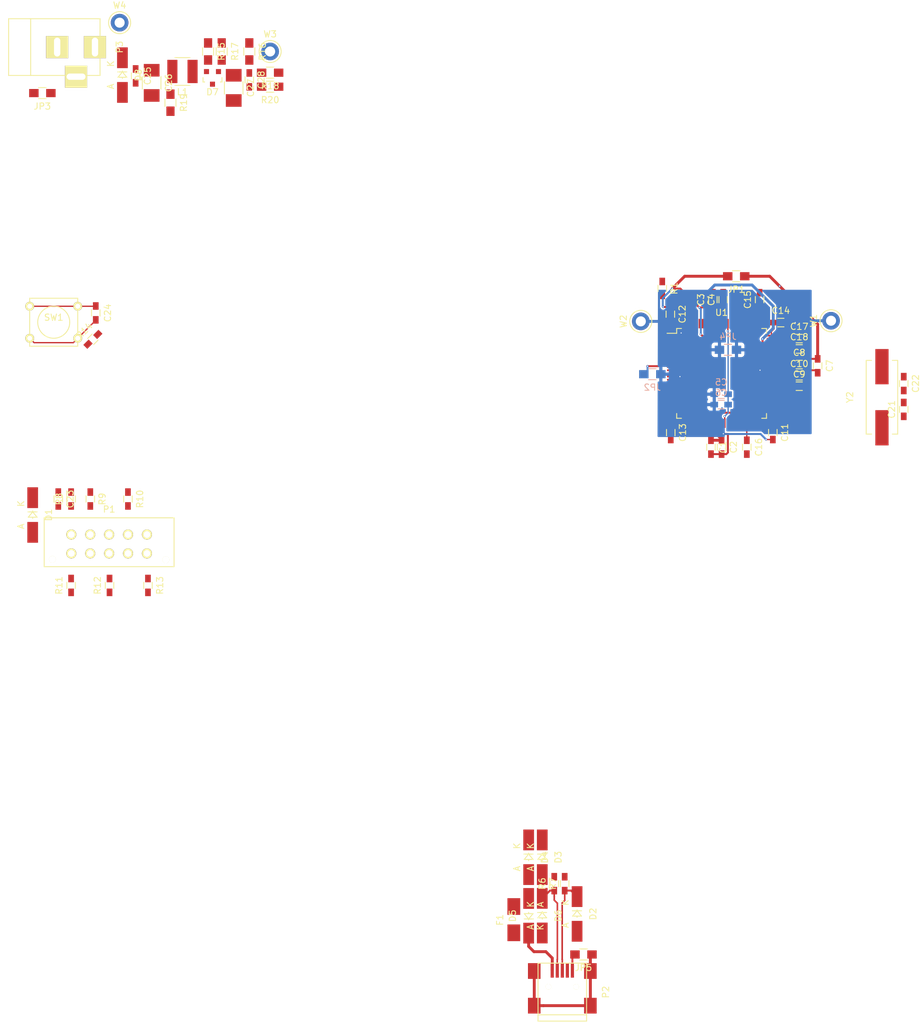
<source format=kicad_pcb>
(kicad_pcb (version 20221018) (generator pcbnew)
  (layers (0 "F.Cu" signal) (31 "B.Cu" signal) (34 "B.Paste" user) (35 "F.Paste" user) (36 "B.SilkS" user "B.Silkscreen") (37 "F.SilkS" user "F.Silkscreen") (38 "B.Mask" user) (39 "F.Mask" user) (44 "Edge.Cuts" user))
  (net 0 "")
  (net 1 "VDDD")
  (net 2 "GNDD")
  (net 3 "/MCU/VCCD")
  (net 4 "VDDA")
  (net 5 "GNDA")
  (net 6 "/MCU/VCCA")
  (net 7 "/MCU/P0.4")
  (net 8 "/MCU/P3.2")
  (net 9 "/MCU/P0.3")
  (net 10 "/MCU/P0.2")
  (net 11 "/MCU/RTC_P")
  (net 12 "/MCU/RTC_N")
  (net 13 "VTARG")
  (net 14 "XRES")
  (net 15 "VBATT")
  (net 16 "VBATT_GND")
  (net 17 "Net-(C27-Pad1)")
  (net 18 "USB_P")
  (net 19 "Net-(D3-Pad2)")
  (net 20 "USB_N")
  (net 21 "Net-(D7-Pad2)")
  (net 22 "GNDPWR")
  (net 23 "Earth")
  (net 24 "/MCU/USBP_N")
  (net 25 "/MCU/USBP_P")
  (net 26 "Net-(P1-Pad1)")
  (net 27 "P1.0_TMS")
  (net 28 "Net-(P1-Pad2)")
  (net 29 "P1.1_TCK")
  (net 30 "Net-(P1-Pad4)")
  (net 31 "P1.4_TDO")
  (net 32 "Net-(P1-Pad6)")
  (net 33 "P1.5_TDI")
  (net 34 "Net-(P1-Pad8)")
  (net 35 "P1.6_nRST")
  (net 36 "Net-(P1-Pad10)")
  (net 37 "IND")
  (net 38 "VBOOST")
  (net 39 "/PSoC Extra Circuits/USB_VCC")
  (footprint "Resistors_SMD:R_0603_HandSoldering" (layer "F.Cu") (at 148.594697 96.979265 -90)
    (fp_text reference "C1")
    (fp_text value "1.0UF")
  )
  (footprint "Resistors_SMD:R_0603_HandSoldering" (layer "F.Cu") (at 150.2791 96.979266 -90)
    (fp_text reference "C2")
    (fp_text value "0.1UF")
  )
  (footprint "Resistors_SMD:R_0603_HandSoldering" (layer "F.Cu") (at 148.892062 73.563194 90)
    (fp_text reference "C3")
    (fp_text value "1.0UF")
  )
  (footprint "Resistors_SMD:R_0603_HandSoldering" (layer "F.Cu") (at 150.5331 73.563194 90)
    (fp_text reference "C4")
    (fp_text value "0.1UF")
  )
  (footprint "Resistors_SMD:R_0603_HandSoldering" (layer "F.Cu") (at 165.5191 84.0613 -90)
    (fp_text reference "C7")
    (fp_text value "1.0UF")
  )
  (footprint "Resistors_SMD:R_0603_HandSoldering" (layer "F.Cu") (at 162.5981 83.8708)
    (fp_text reference "C8")
    (fp_text value "0.1UF")
  )
  (footprint "Resistors_SMD:R_0603_HandSoldering" (layer "F.Cu") (at 162.5981 87.2998)
    (fp_text reference "C9")
    (fp_text value "1.0UF")
  )
  (footprint "Resistors_SMD:R_0603_HandSoldering" (layer "F.Cu") (at 162.5981 85.6488)
    (fp_text reference "C10")
    (fp_text value "0.1UF")
  )
  (footprint "Resistors_SMD:R_0603_HandSoldering" (layer "F.Cu") (at 158.4071 94.6658 -90)
    (fp_text reference "C11")
    (fp_text value "0.1UF")
  )
  (footprint "Resistors_SMD:R_0603_HandSoldering" (layer "F.Cu") (at 142.1511 75.8698 -90)
    (fp_text reference "C12")
    (fp_text value "0.1UF")
  )
  (footprint "Resistors_SMD:R_0603_HandSoldering" (layer "F.Cu") (at 142.2146 94.6658 -90)
    (fp_text reference "C13")
    (fp_text value "0.1UF")
  )
  (footprint "Resistors_SMD:R_0603_HandSoldering" (layer "F.Cu") (at 159.6771 77.2033)
    (fp_text reference "C14")
    (fp_text value "0.1UF")
  )
  (footprint "Resistors_SMD:R_0603_HandSoldering" (layer "F.Cu") (at 156.3116 73.563194 90)
    (fp_text reference "C15")
    (fp_text value "1.0UF")
  )
  (footprint "Resistors_SMD:R_0603_HandSoldering" (layer "F.Cu") (at 154.2796 96.979266 -90)
    (fp_text reference "C16")
    (fp_text value "1.0UF")
  )
  (footprint "Resistors_SMD:R_0603_HandSoldering" (layer "F.Cu") (at 162.5981 79.7433)
    (fp_text reference "C17")
    (fp_text value "1.0UF")
  )
  (footprint "Resistors_SMD:R_0603_HandSoldering" (layer "F.Cu") (at 162.5981 81.3943)
    (fp_text reference "C18")
    (fp_text value "1.0UF")
  )
  (footprint "Resistors_SMD:R_0603_HandSoldering" (layer "F.Cu") (at 179.174211 90.982812 90)
    (fp_text reference "C21")
    (fp_text value "22PF")
  )
  (footprint "Resistors_SMD:R_0603_HandSoldering" (layer "F.Cu") (at 179.17421 86.885612 -90)
    (fp_text reference "C22")
    (fp_text value "22PF")
  )
  (footprint "Resistors_SMD:R_0603_HandSoldering" (layer "F.Cu") (at 45.0596 105.2068 -90)
    (fp_text reference "C23")
    (fp_text value "0.1UF")
  )
  (footprint "Resistors_SMD:R_0603_HandSoldering" (layer "F.Cu") (at 51.0032 75.671501 -90)
    (fp_text reference "C24")
    (fp_text value "0.1UF")
  )
  (footprint "Resistors_SMD:R_0603_HandSoldering" (layer "F.Cu") (at 57.3278 38.0492 -90)
    (fp_text reference "C25")
    (fp_text value "0.1UF")
  )
  (footprint "Resistors_SMD:R_1210_HandSoldering" (layer "F.Cu") (at 59.8678 39.156344 -90)
    (fp_text reference "C26")
    (fp_text value "22UF")
  )
  (footprint "Resistors_SMD:R_1210_HandSoldering" (layer "F.Cu") (at 72.8853 39.9542 -90)
    (fp_text reference "C27")
    (fp_text value "22UF")
  )
  (footprint "Resistors_SMD:R_0603_HandSoldering" (layer "F.Cu") (at 75.3618 38.6842 -90)
    (fp_text reference "C28")
    (fp_text value "0.1UF")
  )
  (footprint "Diodes_SMD:MiniMELF_Handsoldering" (layer "F.Cu") (at 40.9956 107.7468 -90)
    (fp_text reference "D1")
    (fp_text value "TVS")
  )
  (footprint "Diodes_SMD:MiniMELF_Handsoldering" (layer "F.Cu") (at 127.3556 171.061381 -90)
    (fp_text reference "D2")
    (fp_text value "TVS")
  )
  (footprint "Diodes_SMD:MiniMELF_Handsoldering" (layer "F.Cu") (at 121.8311 162.0647 -90)
    (fp_text reference "D3")
    (fp_text value "D_Schottky")
  )
  (footprint "Diodes_SMD:MiniMELF_Handsoldering" (layer "F.Cu") (at 119.6721 162.0647 -90)
    (fp_text reference "D4")
    (fp_text value "D_Schottky")
  )
  (footprint "Diodes_SMD:MiniMELF_Handsoldering" (layer "F.Cu") (at 119.6721 171.35602 90)
    (fp_text reference "D5")
    (fp_text value "TVS")
  )
  (footprint "Diodes_SMD:MiniMELF_Handsoldering" (layer "F.Cu") (at 121.8311 171.3357 -90)
    (fp_text reference "D6")
    (fp_text value "TVS")
  )
  (footprint "TO_SOT_Packages_SMD:SOT-23" (layer "F.Cu") (at 69.5198 38.3667 180)
    (fp_text reference "D7")
    (fp_text value "ZHCS")
  )
  (footprint "Diodes_SMD:MiniMELF_Handsoldering" (layer "F.Cu") (at 55.2323 37.9222 -90)
    (fp_text reference "D8")
    (fp_text value "D")
  )
  (footprint "Fuse_Holders_and_Fuses:Fuse_SMD1206_HandSoldering" (layer "F.Cu") (at 117.3226 171.9707 90)
    (fp_text reference "F1")
    (fp_text value "FUSE")
  )
  (footprint "Resistors_SMD:R_0805_HandSoldering" (layer "F.Cu") (at 152.6032 69.85 180)
    (fp_text reference "JP1")
    (fp_text value "Jumper_NC_Small")
  )
  (footprint "Resistors_SMD:R_0805_HandSoldering" (layer "F.Cu") (at 42.5323 40.7797 180)
    (fp_text reference "JP3")
    (fp_text value "Jumper_NC_Small")
  )
  (footprint "Resistors_SMD:R_0805_HandSoldering" (layer "F.Cu") (at 128.3716 177.4952 180)
    (fp_text reference "JP5")
    (fp_text value "Jumper_NC_Small")
  )
  (footprint "Inductors:NR4018" (layer "F.Cu") (at 64.7573 37.350699)
    (fp_text reference "L1")
    (fp_text value "22UH")
  )
  (footprint "Connect:USB_Mini-B" (layer "F.Cu") (at 125.012875 183.469919 90)
    (fp_text reference "P2")
    (fp_text value "USB_OTG")
  )
  (footprint "Connect:BARREL_JACK" (layer "F.Cu") (at 44.68114 33.4772)
    (fp_text reference "P3")
    (fp_text value "CONN_01X02")
  )
  (footprint "Resistors_SMD:R_0603_HandSoldering" (layer "F.Cu") (at 140.8684 71.7804 -90)
    (fp_text reference "R1")
    (fp_text value "0")
  )
  (footprint "Resistors_SMD:R_0603_HandSoldering" (layer "F.Cu") (at 123.7361 166.2557 90)
    (fp_text reference "R6")
    (fp_text value "22")
  )
  (footprint "Resistors_SMD:R_0603_HandSoldering" (layer "F.Cu") (at 125.3871 166.255699 90)
    (fp_text reference "R7")
    (fp_text value "22")
  )
  (footprint "Resistors_SMD:R_0603_HandSoldering" (layer "F.Cu") (at 47.0916 105.2068 90)
    (fp_text reference "R8")
    (fp_text value "10")
  )
  (footprint "Resistors_SMD:R_0603_HandSoldering" (layer "F.Cu") (at 50.1396 105.2068 -90)
    (fp_text reference "R9")
    (fp_text value "10")
  )
  (footprint "Resistors_SMD:R_0603_HandSoldering" (layer "F.Cu") (at 56.1086 105.2068 -90)
    (fp_text reference "R10")
    (fp_text value "10")
  )
  (footprint "Resistors_SMD:R_0603_HandSoldering" (layer "F.Cu") (at 47.0916 118.9228 90)
    (fp_text reference "R11")
    (fp_text value "10")
  )
  (footprint "Resistors_SMD:R_0603_HandSoldering" (layer "F.Cu") (at 53.1876 118.9228 90)
    (fp_text reference "R12")
    (fp_text value "10")
  )
  (footprint "Resistors_SMD:R_0603_HandSoldering" (layer "F.Cu") (at 59.2836 118.9228 -90)
    (fp_text reference "R13")
    (fp_text value "10")
  )
  (footprint "Resistors_SMD:R_0603_HandSoldering" (layer "F.Cu") (at 50.546 79.8576 45)
    (fp_text reference "R14")
    (fp_text value "4.7K")
  )
  (footprint "Resistors_SMD:R_0805_HandSoldering" (layer "F.Cu") (at 68.8213 34.1757 -90)
    (fp_text reference "R15")
    (fp_text value "NL")
  )
  (footprint "Resistors_SMD:R_0805_HandSoldering" (layer "F.Cu") (at 75.3618 34.1757 -90)
    (fp_text reference "R16")
    (fp_text value "NL")
  )
  (footprint "Resistors_SMD:R_0805_HandSoldering" (layer "F.Cu") (at 70.9803 34.1757 -90)
    (fp_text reference "R17")
    (fp_text value "NL")
  )
  (footprint "Resistors_SMD:R_0805_HandSoldering" (layer "F.Cu") (at 78.6638 37.5412 180)
    (fp_text reference "R18")
    (fp_text value "0")
  )
  (footprint "Resistors_SMD:R_0805_HandSoldering" (layer "F.Cu") (at 62.8523 42.3037 -90)
    (fp_text reference "R19")
    (fp_text value "NL")
  )
  (footprint "Resistors_SMD:R_0805_HandSoldering" (layer "F.Cu") (at 78.6638 39.763701 180)
    (fp_text reference "R20")
    (fp_text value "NL")
  )
  (footprint "Buttons_Switches_ThroughHole:SW_PUSH_SMALL" (layer "F.Cu") (at 44.3357 77.1525)
    (fp_text reference "SW1")
    (fp_text value "SW_PUSH")
  )
  (footprint "Housings_QFP:LQFP-100_14x14mm_Pitch0.5mm" (layer "F.Cu") (at 150.2791 85.2678)
    (fp_text reference "U1")
    (fp_text value "CY8C5888AXI-LP096")
  )
  (footprint "Measurement_Points:Test_Point_Keystone_5010-5014_Multipurpose" (layer "F.Cu") (at 167.64 76.9112 90)
    (fp_text reference "W1")
    (fp_text value "TEST_1P")
  )
  (footprint "Measurement_Points:Test_Point_Keystone_5010-5014_Multipurpose" (layer "F.Cu") (at 137.4648 77.0128 90)
    (fp_text reference "W2")
    (fp_text value "TEST_1P")
  )
  (footprint "Measurement_Points:Test_Point_Keystone_5010-5014_Multipurpose" (layer "F.Cu") (at 78.6638 34.1757)
    (fp_text reference "W3")
    (fp_text value "TEST_1P")
  )
  (footprint "Measurement_Points:Test_Point_Keystone_5010-5014_Multipurpose" (layer "F.Cu") (at 54.7878 29.6037)
    (fp_text reference "W4")
    (fp_text value "TEST_1P")
  )
  (footprint "Crystals:Crystal_HC49-SD_SMD" (layer "F.Cu") (at 175.7172 89.0524 90)
    (fp_text reference "Y2")
    (fp_text value "32.768KHZ")
  )
  (footprint "Connectors_Molex:Molex_Microfit3_Header_02x05_Straight_43045-1028" (layer "F.Cu") (at 47.1241 110.8428 180)
    (fp_text reference "P1")
    (fp_text value "CONN_02X05")
  )
  (footprint "Resistors_SMD:R_0603_HandSoldering" (layer "B.Cu") (at 150.2156 88.5698 180)
    (fp_text reference "C5")
    (fp_text value "1.0UF")
  )
  (footprint "Resistors_SMD:R_0603_HandSoldering" (layer "B.Cu") (at 150.2156 90.2208 180)
    (fp_text reference "C6")
    (fp_text value "0.1UF")
  )
  (footprint "Resistors_SMD:R_0805_HandSoldering" (layer "B.Cu") (at 139.2936 85.3948)
    (fp_text reference "JP2")
    (fp_text value "Jumper_NC_Small")
  )
  (footprint "Resistors_SMD:R_0805_HandSoldering" (layer "B.Cu") (at 151.2951 81.5213 180)
    (fp_text reference "JP4")
    (fp_text value "Jumper_NC_Small")
  )
  (segment (start 149.7791 94.7928) (end 149.7791 95.379266) (width 0.2032) (layer "F.Cu") (net 1))
  (segment (start 147.2946 91.509534) (end 147.2946 79.3623) (width 0.3048) (layer "F.Cu") (net 1))
  (segment (start 147.2946 79.3623) (end 146.9771 79.0448) (width 0.3048) (layer "F.Cu") (net 1))
  (segment (start 158.4071 93.4158) (end 156.500834 91.509534) (width 0.3048) (layer "F.Cu") (net 1))
  (segment (start 149.8346 75.511694) (end 150.5331 74.813194) (width 0.2032) (layer "F.Cu") (net 1))
  (segment (start 143.7816 74.7698) (end 142.1511 74.7698) (width 0.2032) (layer "F.Cu") (net 1))
  (segment (start 148.594697 95.879265) (end 150.279099 95.879265) (width 0.4572) (layer "F.Cu") (net 1))
  (segment (start 149.7791 94.7928) (end 149.531162 94.7928) (width 0.2032) (layer "F.Cu") (net 1))
  (segment (start 158.4071 93.5658) (end 158.4071 93.4158) (width 0.3048) (layer "F.Cu") (net 1))
  (segment (start 144.2791 93.1678) (end 144.2791 91.906037) (width 0.2032) (layer "F.Cu") (net 1))
  (segment (start 149.8346 75.755732) (end 148.892062 74.813194) (width 0.2032) (layer "F.Cu") (net 1))
  (segment (start 149.7791 93.1678) (end 149.7791 94.7928) (width 0.2032) (layer "F.Cu") (net 1))
  (segment (start 149.7711 92.2066) (end 149.7711 91.509534) (width 0.2032) (layer "F.Cu") (net 1))
  (segment (start 150.2791 76.200232) (end 149.8346 75.755732) (width 0.2032) (layer "F.Cu") (net 1))
  (segment (start 148.764956 74.7903) (end 148.892062 74.663194) (width 0.3048) (layer "F.Cu") (net 1))
  (segment (start 144.4244 69.85) (end 142.4686 71.8058) (width 0.4572) (layer "F.Cu") (net 1))
  (segment (start 148.892062 74.813194) (end 148.892062 74.663194) (width 0.2032) (layer "F.Cu") (net 1))
  (segment (start 142.1081 74.7268) (end 142.1511 74.7698) (width 0.3048) (layer "F.Cu") (net 1))
  (segment (start 144.2791 91.906037) (end 143.882597 91.509534) (width 0.2032) (layer "F.Cu") (net 1))
  (segment (start 150.5331 74.813194) (end 150.5331 74.663194) (width 0.2032) (layer "F.Cu") (net 1))
  (segment (start 156.2791 93.1678) (end 156.2791 91.731268) (width 0.2032) (layer "F.Cu") (net 1))
  (segment (start 156.2791 91.731268) (end 156.500834 91.509534) (width 0.2032) (layer "F.Cu") (net 1))
  (segment (start 148.594697 95.729265) (end 148.594697 95.879265) (width 0.2032) (layer "F.Cu") (net 1))
  (segment (start 142.2146 93.177531) (end 142.2146 93.5658) (width 0.3048) (layer "F.Cu") (net 1))
  (segment (start 149.531162 94.7928) (end 148.594697 95.729265) (width 0.2032) (layer "F.Cu") (net 1))
  (segment (start 150.279099 95.879265) (end 150.2791 95.879266) (width 0.4572) (layer "F.Cu") (net 1))
  (segment (start 156.500834 91.509534) (end 149.7711 91.509534) (width 0.3048) (layer "F.Cu") (net 1))
  (segment (start 146.7231 74.7903) (end 143.7386 71.8058) (width 0.3048) (layer "F.Cu") (net 1))
  (segment (start 149.8346 75.755732) (end 149.8346 75.511694) (width 0.2032) (layer "F.Cu") (net 1))
  (segment (start 148.892062 74.663194) (end 150.5331 74.663194) (width 0.3048) (layer "F.Cu") (net 1))
  (segment (start 144.2791 77.3678) (end 144.2791 75.2673) (width 0.2032) (layer "F.Cu") (net 1))
  (segment (start 147.2946 91.509534) (end 143.882597 91.509534) (width 0.3048) (layer "F.Cu") (net 1))
  (segment (start 144.2791 75.2673) (end 143.7816 74.7698) (width 0.2032) (layer "F.Cu") (net 1))
  (segment (start 149.7791 95.379266) (end 150.2791 95.879266) (width 0.2032) (layer "F.Cu") (net 1))
  (segment (start 146.7231 74.7903) (end 148.764956 74.7903) (width 0.3048) (layer "F.Cu") (net 1))
  (segment (start 149.7791 93.1678) (end 149.7791 92.2146) (width 0.2032) (layer "F.Cu") (net 1))
  (segment (start 141.0081 74.7268) (end 142.1081 74.7268) (width 0.3048) (layer "F.Cu") (net 1))
  (segment (start 143.7386 71.8058) (end 142.4686 71.8058) (width 0.3048) (layer "F.Cu") (net 1))
  (segment (start 150.2791 77.3678) (end 150.2791 76.200232) (width 0.2032) (layer "F.Cu") (net 1))
  (segment (start 149.7711 91.509534) (end 147.2946 91.509534) (width 0.3048) (layer "F.Cu") (net 1))
  (segment (start 149.7791 92.2146) (end 149.7711 92.2066) (width 0.2032) (layer "F.Cu") (net 1))
  (segment (start 143.882597 91.509534) (end 142.2146 93.177531) (width 0.3048) (layer "F.Cu") (net 1))
  (segment (start 151.2532 69.85) (end 144.4244 69.85) (width 0.4572) (layer "F.Cu") (net 1))
  (via (at 146.9771 79.0448) (size 0.3556) (drill 0.1778) (layers "F.Cu" "B.Cu") (net 1))
  (via (at 141.0081 74.7268) (size 0.3556) (drill 0.1778) (layers "F.Cu" "B.Cu") (net 1))
  (via (at 142.4686 71.8058) (size 0.3556) (drill 0.1778) (layers "F.Cu" "B.Cu") (net 1))
  (via (at 146.7231 74.7903) (size 0.3556) (drill 0.1778) (layers "F.Cu" "B.Cu") (net 1))
  (segment (start 140.9446 73.3298) (end 140.9446 74.6633) (width 0.3048) (layer "B.Cu") (net 1))
  (segment (start 146.9771 75.0443) (end 146.7231 74.7903) (width 0.3048) (layer "B.Cu") (net 1))
  (segment (start 142.4686 71.8058) (end 140.9446 73.3298) (width 0.3048) (layer "B.Cu") (net 1))
  (segment (start 140.9446 74.6633) (end 141.0081 74.7268) (width 0.3048) (layer "B.Cu") (net 1))
  (segment (start 146.9771 79.0448) (end 146.9771 75.0443) (width 0.3048) (layer "B.Cu") (net 1))
  (segment (start 51.0032 76.835) (end 51.0032 76.771501) (width 0.2032) (layer "F.Cu") (net 2))
  (segment (start 142.3791 85.7678) (end 143.3323 85.7678) (width 0.2032) (layer "F.Cu") (net 2))
  (segment (start 47.447201 80.390999) (end 48.1457 79.6925) (width 0.2032) (layer "F.Cu") (net 2))
  (segment (start 142.1511 76.9698) (end 142.1511 77.1398) (width 0.3048) (layer "F.Cu") (net 2))
  (segment (start 48.1457 79.6925) (end 51.0032 76.835) (width 0.2032) (layer "F.Cu") (net 2))
  (segment (start 150.2791 94.121) (end 150.2791 93.1678) (width 0.2032) (layer "F.Cu") (net 2))
  (segment (start 156.8436 83.7678) (end 156.776902 83.701102) (width 0.3048) (layer "F.Cu") (net 2))
  (segment (start 148.594697 98.079265) (end 150.279099 98.079265) (width 0.3048) (layer "F.Cu") (net 2))
  (segment (start 142.1511 77.1398) (end 143.8656 78.8543) (width 0.3048) (layer "F.Cu") (net 2))
  (segment (start 150.2791 94.602713) (end 150.2791 94.121) (width 0.2032) (layer "F.Cu") (net 2))
  (segment (start 149.4536 72.463194) (end 150.5331 72.463194) (width 0.4572) (layer "F.Cu") (net 2))
  (segment (start 143.3403 85.7758) (end 143.6751 85.7758) (width 0.2032) (layer "F.Cu") (net 2))
  (segment (start 40.5257 79.6925) (end 41.224199 80.390999) (width 0.2032) (layer "F.Cu") (net 2))
  (segment (start 150.2791 98.079266) (end 151.0339 98.079266) (width 0.3048) (layer "F.Cu") (net 2))
  (segment (start 148.892062 72.463194) (end 149.4536 72.463194) (width 0.4572) (layer "F.Cu") (net 2))
  (segment (start 156.776902 83.701102) (end 156.776902 80.050849) (width 0.3048) (layer "F.Cu") (net 2))
  (segment (start 143.3323 85.7678) (end 143.3403 85.7758) (width 0.2032) (layer "F.Cu") (net 2))
  (segment (start 126.613075 177.903725) (end 127.0216 177.4952) (width 0.3048) (layer "F.Cu") (net 2))
  (segment (start 151.281411 97.831755) (end 151.281411 94.887201) (width 0.3048) (layer "F.Cu") (net 2))
  (segment (start 158.4071 95.7658) (end 157.3481 95.7658) (width 0.2032) (layer "F.Cu") (net 2))
  (segment (start 41.224199 80.390999) (end 47.447201 80.390999) (width 0.2032) (layer "F.Cu") (net 2))
  (segment (start 151.281411 94.887201) (end 150.563588 94.887201) (width 0.3048) (layer "F.Cu") (net 2))
  (segment (start 150.279099 98.079265) (end 150.2791 98.079266) (width 0.3048) (layer "F.Cu") (net 2))
  (segment (start 157.3481 95.7658) (end 157.3276 95.7453) (width 0.2032) (layer "F.Cu") (net 2))
  (segment (start 158.1791 83.7678) (end 156.8436 83.7678) (width 0.2032) (layer "F.Cu") (net 2))
  (segment (start 126.613074 180.020598) (end 126.613075 177.903725) (width 0.3048) (layer "F.Cu") (net 2))
  (segment (start 156.776902 80.050849) (end 156.776902 79.799402) (width 0.3048) (layer "F.Cu") (net 2))
  (segment (start 149.4536 72.463194) (end 147.970706 72.463194) (width 0.4572) (layer "F.Cu") (net 2))
  (segment (start 147.970706 72.463194) (end 147.4851 72.9488) (width 0.4572) (layer "F.Cu") (net 2))
  (segment (start 151.0339 98.079266) (end 151.281411 97.831755) (width 0.3048) (layer "F.Cu") (net 2))
  (segment (start 150.563588 94.887201) (end 150.2791 94.602713) (width 0.3048) (layer "F.Cu") (net 2))
  (via (at 150.563588 94.847464) (size 0.3556) (drill 0.1778) (layers "F.Cu" "B.Cu") (net 2))
  (via (at 147.4851 72.9488) (size 0.3556) (drill 0.1778) (layers "F.Cu" "B.Cu") (net 2))
  (via (at 143.8656 78.8543) (size 0.3556) (drill 0.1778) (layers "F.Cu" "B.Cu") (net 2))
  (via (at 143.6751 85.7758) (size 0.3556) (drill 0.1778) (layers "F.Cu" "B.Cu") (net 2))
  (via (at 157.3276 95.7453) (size 0.3556) (drill 0.1778) (layers "F.Cu" "B.Cu") (net 2))
  (via (at 156.776902 79.799402) (size 0.3556) (drill 0.1778) (layers "F.Cu" "B.Cu") (net 2))
  (segment (start 157.3276 95.7453) (end 156.469501 94.887201) (width 0.3048) (layer "B.Cu") (net 2))
  (segment (start 142.0241 77.0128) (end 143.8656 78.8543) (width 0.4572) (layer "B.Cu") (net 2))
  (segment (start 158.4706 74.5998) (end 155.10832 71.23752) (width 0.4572) (layer "B.Cu") (net 2))
  (segment (start 156.469501 94.887201) (end 150.603325 94.887201) (width 0.3048) (layer "B.Cu") (net 2))
  (segment (start 149.19638 71.23752) (end 147.4851 72.9488) (width 0.4572) (layer "B.Cu") (net 2))
  (segment (start 158.4706 78.105704) (end 158.4706 74.5998) (width 0.4572) (layer "B.Cu") (net 2))
  (segment (start 156.776902 79.799402) (end 158.4706 78.105704) (width 0.4572) (layer "B.Cu") (net 2))
  (segment (start 150.603325 94.887201) (end 150.563588 94.847464) (width 0.3048) (layer "B.Cu") (net 2))
  (segment (start 155.10832 71.23752) (end 149.19638 71.23752) (width 0.4572) (layer "B.Cu") (net 2))
  (segment (start 137.4648 77.0128) (end 142.0241 77.0128) (width 0.4572) (layer "B.Cu") (net 2))
  (segment (start 151.2791 77.3678) (end 151.2791 78.525849) (width 0.2032) (layer "F.Cu") (net 3))
  (segment (start 150.7791 93.1678) (end 150.7791 92.118497) (width 0.2032) (layer "F.Cu") (net 3))
  (segment (start 151.2791 78.525849) (end 151.286349 78.533098) (width 0.2032) (layer "F.Cu") (net 3))
  (segment (start 150.7791 92.118497) (end 150.754338 92.093735) (width 0.2032) (layer "F.Cu") (net 3))
  (via (at 150.754338 92.093735) (size 0.3556) (drill 0.1778) (layers "F.Cu" "B.Cu") (net 3))
  (via (at 151.286349 78.533098) (size 0.3556) (drill 0.1778) (layers "F.Cu" "B.Cu") (net 3))
  (segment (start 150.932137 91.915936) (end 150.754338 92.093735) (width 0.2032) (layer "B.Cu") (net 3))
  (segment (start 151.3156 90.2208) (end 151.3156 91.532473) (width 0.2032) (layer "B.Cu") (net 3))
  (segment (start 151.3156 78.562349) (end 151.286349 78.533098) (width 0.2032) (layer "B.Cu") (net 3))
  (segment (start 151.3156 88.4428) (end 151.3156 78.562349) (width 0.2032) (layer "B.Cu") (net 3))
  (segment (start 151.3156 91.532473) (end 150.932137 91.915936) (width 0.2032) (layer "B.Cu") (net 3))
  (segment (start 151.3156 90.2208) (end 151.3156 88.4428) (width 0.2032) (layer "B.Cu") (net 3))
  (segment (start 165.5191 82.9613) (end 165.5191 77.4573) (width 0.4572) (layer "F.Cu") (net 4))
  (segment (start 164.8659 82.9613) (end 165.5191 82.9613) (width 0.3048) (layer "F.Cu") (net 4))
  (segment (start 161.4981 83.2176) (end 161.7544 82.9613) (width 0.3048) (layer "F.Cu") (net 4))
  (segment (start 159.7246 84.2678) (end 160.1216 83.8708) (width 0.3048) (layer "F.Cu") (net 4))
  (segment (start 159.4866 71.4248) (end 157.9118 69.85) (width 0.4572) (layer "F.Cu") (net 4))
  (segment (start 157.9118 69.85) (end 153.9532 69.85) (width 0.4572) (layer "F.Cu") (net 4))
  (segment (start 165.5191 77.4573) (end 159.4866 71.4248) (width 0.4572) (layer "F.Cu") (net 4))
  (segment (start 158.1791 78.6378) (end 158.1791 79.2678) (width 0.2032) (layer "F.Cu") (net 4))
  (segment (start 158.1791 84.2678) (end 159.7246 84.2678) (width 0.2032) (layer "F.Cu") (net 4))
  (segment (start 160.1216 83.8708) (end 161.4981 83.8708) (width 0.3048) (layer "F.Cu") (net 4))
  (segment (start 158.5771 77.2033) (end 158.5771 78.2398) (width 0.2032) (layer "F.Cu") (net 4))
  (segment (start 161.7544 82.9613) (end 164.8659 82.9613) (width 0.3048) (layer "F.Cu") (net 4))
  (segment (start 161.4981 83.8708) (end 161.4981 83.2176) (width 0.3048) (layer "F.Cu") (net 4))
  (segment (start 158.5771 78.2398) (end 158.1791 78.6378) (width 0.2032) (layer "F.Cu") (net 4))
  (via (at 159.4866 71.4248) (size 0.3556) (drill 0.1778) (layers "F.Cu" "B.Cu") (net 4))
  (segment (start 163.6981 84.9956) (end 163.4703 84.7678) (width 0.3048) (layer "F.Cu") (net 5))
  (segment (start 163.6981 85.6488) (end 163.6981 84.9956) (width 0.3048) (layer "F.Cu") (net 5))
  (segment (start 160.7771 77.2033) (end 161.9631 77.2033) (width 0.4572) (layer "F.Cu") (net 5))
  (segment (start 163.6981 87.2998) (end 163.6981 85.6488) (width 0.2032) (layer "F.Cu") (net 5))
  (segment (start 165.1256 84.7678) (end 165.5191 85.1613) (width 0.2032) (layer "F.Cu") (net 5))
  (segment (start 163.6981 83.8708) (end 163.6981 84.5568) (width 0.3048) (layer "F.Cu") (net 5))
  (segment (start 156.7641 84.7678) (end 156.7561 84.7598) (width 0.3048) (layer "F.Cu") (net 5))
  (segment (start 158.1791 84.7678) (end 156.7641 84.7678) (width 0.2032) (layer "F.Cu") (net 5))
  (segment (start 158.1791 84.7678) (end 163.1696 84.7678) (width 0.2032) (layer "F.Cu") (net 5))
  (segment (start 163.1696 84.7678) (end 163.4871 84.7678) (width 0.2032) (layer "F.Cu") (net 5))
  (segment (start 163.6981 84.5568) (end 163.4871 84.7678) (width 0.3048) (layer "F.Cu") (net 5))
  (segment (start 163.4703 84.7678) (end 163.1696 84.7678) (width 0.3048) (layer "F.Cu") (net 5))
  (segment (start 156.7561 84.7598) (end 156.751675 84.764225) (width 0.4572) (layer "F.Cu") (net 5))
  (segment (start 156.751675 84.764225) (end 156.630041 84.764225) (width 0.4572) (layer "F.Cu") (net 5))
  (segment (start 156.630041 84.764225) (end 156.378594 84.764225) (width 0.4572) (layer "F.Cu") (net 5))
  (segment (start 163.4871 84.7678) (end 165.1256 84.7678) (width 0.3048) (layer "F.Cu") (net 5))
  (via (at 156.378594 84.764225) (size 0.3556) (drill 0.1778) (layers "F.Cu" "B.Cu") (net 5))
  (via (at 161.9631 77.2033) (size 0.3556) (drill 0.1778) (layers "F.Cu" "B.Cu") (net 5))
  (segment (start 167.64 76.9112) (end 162.2552 76.9112) (width 0.4572) (layer "B.Cu") (net 5))
  (segment (start 162.2552 76.9112) (end 161.9631 77.2033) (width 0.4572) (layer "B.Cu") (net 5))
  (segment (start 159.9311 85.2678) (end 160.3121 85.6488) (width 0.3048) (layer "F.Cu") (net 6))
  (segment (start 160.3121 85.6488) (end 161.4981 85.6488) (width 0.3048) (layer "F.Cu") (net 6))
  (segment (start 158.1791 85.2678) (end 159.9311 85.2678) (width 0.2032) (layer "F.Cu") (net 6))
  (segment (start 161.4981 87.2998) (end 161.4981 85.6488) (width 0.3048) (layer "F.Cu") (net 6))
  (segment (start 156.2791 74.695694) (end 156.3116 74.663194) (width 0.2032) (layer "F.Cu") (net 7))
  (segment (start 156.2791 77.3678) (end 156.2791 74.695694) (width 0.2032) (layer "F.Cu") (net 7))
  (segment (start 154.2796 95.879266) (end 154.2796 93.1683) (width 0.2032) (layer "F.Cu") (net 8))
  (segment (start 154.2796 93.1683) (end 154.2791 93.1678) (width 0.2032) (layer "F.Cu") (net 8))
  (segment (start 160.9244 79.7678) (end 159.1323 79.7678) (width 0.2032) (layer "F.Cu") (net 9))
  (segment (start 159.1323 79.7678) (end 158.1791 79.7678) (width 0.2032) (layer "F.Cu") (net 9))
  (segment (start 161.7521 79.7433) (end 160.9489 79.7433) (width 0.2032) (layer "F.Cu") (net 9))
  (segment (start 160.9489 79.7433) (end 160.9244 79.7678) (width 0.2032) (layer "F.Cu") (net 9))
  (segment (start 159.732975 80.2678) (end 160.859475 81.3943) (width 0.2032) (layer "F.Cu") (net 10))
  (segment (start 160.859475 81.3943) (end 161.4981 81.3943) (width 0.2032) (layer "F.Cu") (net 10))
  (segment (start 158.1791 80.2678) (end 159.732975 80.2678) (width 0.2032) (layer "F.Cu") (net 10))
  (segment (start 40.5257 74.6125) (end 48.1457 74.6125) (width 0.2032) (layer "F.Cu") (net 14))
  (segment (start 50.962201 74.6125) (end 51.0032 74.571501) (width 0.2032) (layer "F.Cu") (net 14))
  (segment (start 48.1457 74.6125) (end 50.962201 74.6125) (width 0.2032) (layer "F.Cu") (net 14))
  (segment (start 124.993825 169.320895) (end 125.39209 168.92263) (width 0.254) (layer "F.Cu") (net 18))
  (segment (start 125.39209 168.92263) (end 125.39209 167.36069) (width 0.254) (layer "F.Cu") (net 18))
  (segment (start 126.400739 167.3557) (end 127.3556 168.310561) (width 0.3048) (layer "F.Cu") (net 18))
  (segment (start 125.012875 178.294668) (end 124.993825 178.275618) (width 0.254) (layer "F.Cu") (net 18))
  (segment (start 125.39209 167.36069) (end 125.3871 167.3557) (width 0.254) (layer "F.Cu") (net 18))
  (segment (start 125.012875 180.020598) (end 125.012875 178.294668) (width 0.254) (layer "F.Cu") (net 18))
  (segment (start 125.3871 167.3557) (end 126.400739 167.3557) (width 0.3048) (layer "F.Cu") (net 18))
  (segment (start 124.993825 178.275618) (end 124.993825 169.320895) (width 0.254) (layer "F.Cu") (net 18))
  (segment (start 124.212775 180.020598) (end 124.212775 178.294668) (width 0.254) (layer "F.Cu") (net 20))
  (segment (start 123.7361 168.871475) (end 123.7361 168.2447) (width 0.254) (layer "F.Cu") (net 20))
  (segment (start 123.7361 167.3557) (end 123.06028 167.3557) (width 0.3048) (layer "F.Cu") (net 20))
  (segment (start 124.231825 178.275618) (end 124.231825 169.3672) (width 0.254) (layer "F.Cu") (net 20))
  (segment (start 123.7361 168.2447) (end 123.7361 167.3557) (width 0.254) (layer "F.Cu") (net 20))
  (segment (start 124.231825 169.3672) (end 123.7361 168.871475) (width 0.254) (layer "F.Cu") (net 20))
  (segment (start 123.06028 167.3557) (end 121.8311 168.58488) (width 0.3048) (layer "F.Cu") (net 20))
  (segment (start 124.212775 178.294668) (end 124.231825 178.275618) (width 0.254) (layer "F.Cu") (net 20))
  (segment (start 140.6158 83.7678) (end 140.2588 84.1248) (width 0.3048) (layer "F.Cu") (net 22))
  (segment (start 140.2588 84.1248) (end 138.5316 84.1248) (width 0.3048) (layer "F.Cu") (net 22))
  (segment (start 142.3791 83.7678) (end 140.6158 83.7678) (width 0.2032) (layer "F.Cu") (net 22))
  (via (at 138.5316 84.1248) (size 0.3556) (drill 0.1778) (layers "F.Cu" "B.Cu") (net 22))
  (segment (start 138.5316 84.8068) (end 137.9436 85.3948) (width 0.3048) (layer "B.Cu") (net 22))
  (segment (start 138.5316 84.1248) (end 138.5316 84.8068) (width 0.3048) (layer "B.Cu") (net 22))
  (segment (start 129.462955 180.119658) (end 129.462955 177.753845) (width 0.4572) (layer "F.Cu") (net 23))
  (segment (start 120.562795 180.119658) (end 120.562795 185.618758) (width 0.4572) (layer "F.Cu") (net 23))
  (segment (start 129.462955 177.753845) (end 129.7216 177.495201) (width 0.4572) (layer "F.Cu") (net 23))
  (segment (start 122.019485 185.618758) (end 129.462955 185.618758) (width 0.4572) (layer "F.Cu") (net 23))
  (segment (start 120.562795 185.618758) (end 122.019485 185.618758) (width 0.4572) (layer "F.Cu") (net 23))
  (segment (start 129.462955 185.618758) (end 129.462955 180.119658) (width 0.4572) (layer "F.Cu") (net 23))
  (segment (start 119.6721 176.21377) (end 119.6721 174.10684) (width 0.4572) (layer "F.Cu") (net 39))
  (segment (start 120.50903 177.0507) (end 119.6721 176.21377) (width 0.4572) (layer "F.Cu") (net 39))
  (segment (start 123.412675 180.020598) (end 123.412675 179.120168) (width 0.4572) (layer "F.Cu") (net 39))
  (segment (start 123.4186 178.0667) (end 122.4026 177.0507) (width 0.4572) (layer "F.Cu") (net 39))
  (segment (start 123.412675 179.120168) (end 123.4186 179.114243) (width 0.4572) (layer "F.Cu") (net 39))
  (segment (start 123.4186 179.114243) (end 123.4186 178.0667) (width 0.4572) (layer "F.Cu") (net 39))
  (segment (start 122.4026 177.0507) (end 120.50903 177.0507) (width 0.4572) (layer "F.Cu") (net 39))
  (zone (net 5) (net_name "GNDA") (layer "B.Cu") (priority 1) (connect_pads (clearance 0.2032)) (min_thickness 0.254) (fill yes (thermal_gap 0.508) (thermal_bridge_width 0.508))
    (polygon (pts (xy 151.4856 71.9963) (xy 164.5666 71.9963) (xy 164.5666 94.9198) (xy 151.0411 94.9198) (xy 151.0411 92.1258) (xy 151.5491 91.6178)))
  )
  (zone (net 2) (net_name "GNDD") (layer "B.Cu") (connect_pads (clearance 0.2032)) (min_thickness 0.254) (fill yes (thermal_gap 0.508) (thermal_bridge_width 0.508))
    (polygon (pts (xy 151.2951 71.9963) (xy 151.2951 91.4273) (xy 150.7871 91.9988) (xy 150.7871 95.3643) (xy 140.1191 95.3643) (xy 140.1826 71.9963)))
  )
)
</source>
